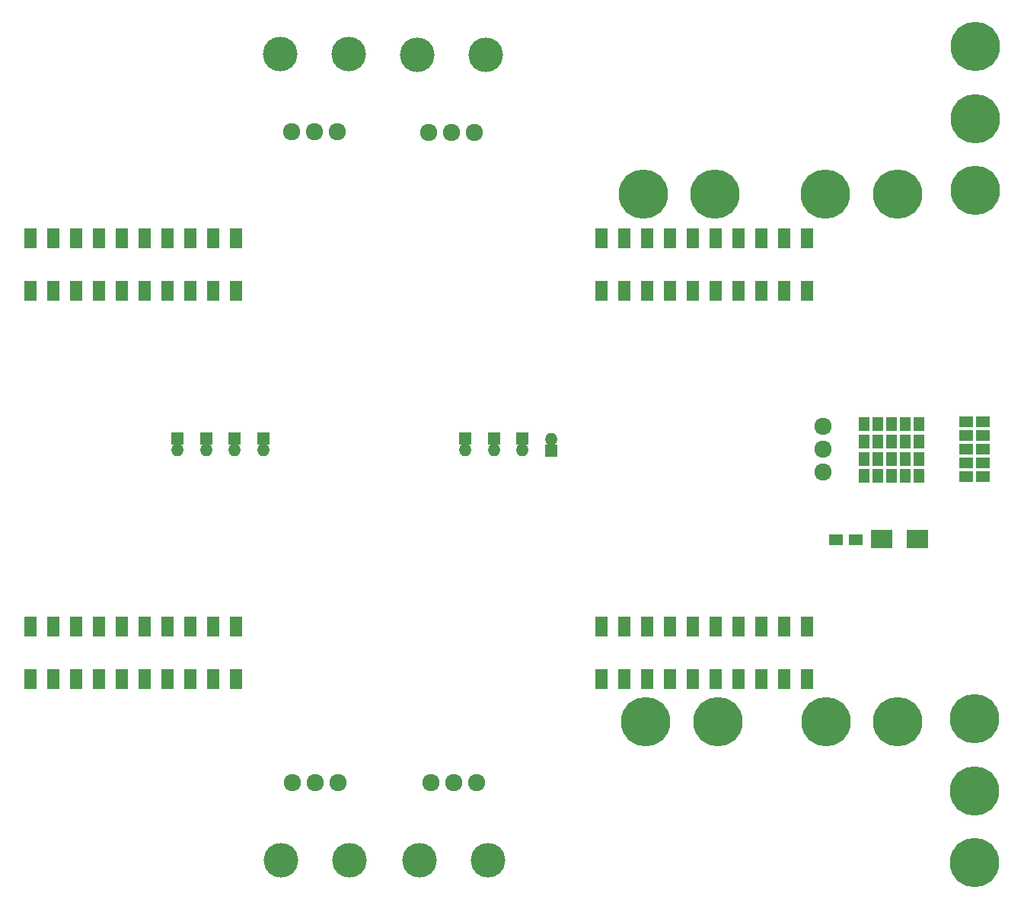
<source format=gbr>
G04 #@! TF.FileFunction,Soldermask,Top*
%FSLAX46Y46*%
G04 Gerber Fmt 4.6, Leading zero omitted, Abs format (unit mm)*
G04 Created by KiCad (PCBNEW 4.0.7) date 04/15/18 20:15:51*
%MOMM*%
%LPD*%
G01*
G04 APERTURE LIST*
%ADD10C,0.100000*%
%ADD11C,5.480000*%
%ADD12R,1.600000X1.150000*%
%ADD13R,1.150000X1.600000*%
%ADD14R,2.400000X2.100000*%
%ADD15R,1.400000X1.400000*%
%ADD16O,1.400000X1.400000*%
%ADD17R,1.600000X1.300000*%
%ADD18C,1.924000*%
%ADD19C,3.850000*%
%ADD20R,1.390600X2.178000*%
G04 APERTURE END LIST*
D10*
D11*
X224028000Y-40388000D03*
X224028000Y-48387000D03*
X224028000Y-56388000D03*
X207364600Y-56794400D03*
X215365600Y-56794400D03*
D12*
X222986600Y-86715600D03*
X224886600Y-86715600D03*
D13*
X214680800Y-82402600D03*
X214680800Y-84302600D03*
X213156800Y-88163400D03*
X213156800Y-86263400D03*
D12*
X222986600Y-82143600D03*
X224886600Y-82143600D03*
D13*
X216204800Y-82402600D03*
X216204800Y-84302600D03*
X217728800Y-88163400D03*
X217728800Y-86263400D03*
D12*
X222986600Y-85191600D03*
X224886600Y-85191600D03*
D13*
X213156800Y-82402600D03*
X213156800Y-84302600D03*
X216204800Y-88163400D03*
X216204800Y-86263400D03*
D12*
X222986600Y-83667600D03*
X224886600Y-83667600D03*
D13*
X217728800Y-82402600D03*
X217728800Y-84302600D03*
X214680800Y-88163400D03*
X214680800Y-86263400D03*
D12*
X222986600Y-88239600D03*
X224886600Y-88239600D03*
D13*
X211632800Y-82402600D03*
X211632800Y-84302600D03*
X211632800Y-88163400D03*
X211632800Y-86263400D03*
D11*
X195403200Y-115468400D03*
X187402200Y-115468400D03*
X187096400Y-56819800D03*
X195097400Y-56819800D03*
X215393000Y-115519200D03*
X207392000Y-115519200D03*
D14*
X217614000Y-95199200D03*
X213614000Y-95199200D03*
D15*
X144856200Y-83997800D03*
D16*
X144856200Y-85267800D03*
D15*
X141681200Y-83997800D03*
D16*
X141681200Y-85267800D03*
D15*
X176860200Y-85344000D03*
D16*
X176860200Y-84074000D03*
D15*
X173685200Y-84023200D03*
D16*
X173685200Y-85293200D03*
D15*
X138480800Y-83972400D03*
D16*
X138480800Y-85242400D03*
D15*
X135305800Y-83972400D03*
D16*
X135305800Y-85242400D03*
D15*
X170510200Y-84023200D03*
D16*
X170510200Y-85293200D03*
D15*
X167335200Y-84023200D03*
D16*
X167335200Y-85293200D03*
D17*
X210708600Y-95224600D03*
X208508600Y-95224600D03*
D18*
X153187400Y-122275600D03*
X150647400Y-122275600D03*
X148107400Y-122275600D03*
D19*
X154457400Y-130911600D03*
X146837400Y-130911600D03*
D18*
X163271200Y-49911000D03*
X165811200Y-49911000D03*
X168351200Y-49911000D03*
D19*
X162001200Y-41275000D03*
X169621200Y-41275000D03*
D18*
X147955000Y-49860200D03*
X150495000Y-49860200D03*
X153035000Y-49860200D03*
D19*
X146685000Y-41224200D03*
X154305000Y-41224200D03*
D18*
X168605200Y-122275600D03*
X166065200Y-122275600D03*
X163525200Y-122275600D03*
D19*
X169875200Y-130911600D03*
X162255200Y-130911600D03*
D18*
X207111600Y-82626200D03*
X207111600Y-85166200D03*
X207111600Y-87706200D03*
D20*
X141833600Y-61709300D03*
X118973600Y-110705900D03*
X121513600Y-110705900D03*
X129133600Y-110705900D03*
X131673600Y-67525900D03*
X126593600Y-110705900D03*
X124053600Y-110705900D03*
X126593600Y-61709300D03*
X121513600Y-67525900D03*
X131673600Y-110705900D03*
X134213600Y-110705900D03*
X121513600Y-61709300D03*
X126593600Y-67525900D03*
X129133600Y-67525900D03*
X141833600Y-67525900D03*
X139293600Y-67525900D03*
X136753600Y-67525900D03*
X134213600Y-67525900D03*
X124053600Y-67525900D03*
X118973600Y-67525900D03*
X139293600Y-61709300D03*
X136753600Y-61709300D03*
X134213600Y-61709300D03*
X131673600Y-61709300D03*
X129133600Y-61709300D03*
X124053600Y-61709300D03*
X118973600Y-61709300D03*
X141833600Y-104889300D03*
X139293600Y-104889300D03*
X136753600Y-104889300D03*
X134213600Y-104889300D03*
X131673600Y-104889300D03*
X129133600Y-104889300D03*
X126593600Y-104889300D03*
X124053600Y-104889300D03*
X121513600Y-104889300D03*
X118973600Y-104889300D03*
X141833600Y-110705900D03*
X139293600Y-110705900D03*
X136753600Y-110705900D03*
X205333600Y-67525900D03*
X202793600Y-67525900D03*
X200253600Y-67525900D03*
X197713600Y-67525900D03*
X195173600Y-67525900D03*
X192633600Y-67525900D03*
X190093600Y-67525900D03*
X187553600Y-67525900D03*
X185013600Y-67525900D03*
X182473600Y-67525900D03*
X205333600Y-61709300D03*
X202793600Y-61709300D03*
X200253600Y-61709300D03*
X197713600Y-61709300D03*
X195173600Y-61709300D03*
X192633600Y-61709300D03*
X190093600Y-61709300D03*
X187553600Y-61709300D03*
X185013600Y-61709300D03*
X182473600Y-61709300D03*
X205333600Y-104889300D03*
X202793600Y-104889300D03*
X200253600Y-104889300D03*
X197713600Y-104889300D03*
X195173600Y-104889300D03*
X192633600Y-104889300D03*
X190093600Y-104889300D03*
X187553600Y-104889300D03*
X185013600Y-104889300D03*
X182473600Y-104889300D03*
X205333600Y-110705900D03*
X202793600Y-110705900D03*
X200253600Y-110705900D03*
X197713600Y-110705900D03*
X195173600Y-110705900D03*
X192633600Y-110705900D03*
X190093600Y-110705900D03*
X187553600Y-110705900D03*
X185013600Y-110705900D03*
X182473600Y-110705900D03*
D11*
X223951800Y-115164600D03*
X223951800Y-123163600D03*
X223951800Y-131164600D03*
D20*
X205333600Y-110744000D03*
X182473600Y-61722000D03*
X182473600Y-67564000D03*
X182473600Y-104902000D03*
X182473600Y-110744000D03*
X118973600Y-61752480D03*
X118973600Y-67564000D03*
X118973600Y-104927400D03*
X118973600Y-110744000D03*
X121513600Y-61752480D03*
X124053600Y-61752480D03*
X126593600Y-61752480D03*
X129133600Y-61752480D03*
X131673600Y-61752480D03*
X134213600Y-61752480D03*
X136753600Y-61752480D03*
X139293600Y-61752480D03*
X141833600Y-61752480D03*
X121513600Y-67564000D03*
X124053600Y-67564000D03*
X126593600Y-67564000D03*
X129133600Y-67564000D03*
X131673600Y-67564000D03*
X134213600Y-67564000D03*
X136753600Y-67564000D03*
X139293600Y-67564000D03*
X141833600Y-67564000D03*
X121513600Y-104927400D03*
X124053600Y-104927400D03*
X126593600Y-104927400D03*
X129133600Y-104927400D03*
X131673600Y-104927400D03*
X134213600Y-104927400D03*
X136753600Y-104927400D03*
X139293600Y-104927400D03*
X141833600Y-104927400D03*
X121513600Y-110744000D03*
X124053600Y-110744000D03*
X126593600Y-110744000D03*
X129133600Y-110744000D03*
X131673600Y-110744000D03*
X134213600Y-110744000D03*
X136753600Y-110744000D03*
X139293600Y-110744000D03*
X141833600Y-110744000D03*
X185013600Y-61722000D03*
X187553600Y-61722000D03*
X190093600Y-61722000D03*
X192633600Y-61722000D03*
X195173600Y-61722000D03*
X197713600Y-61722000D03*
X200253600Y-61722000D03*
X202793600Y-61722000D03*
X205333600Y-61722000D03*
X185013600Y-67564000D03*
X187553600Y-67564000D03*
X190093600Y-67564000D03*
X192633600Y-67564000D03*
X195173600Y-67564000D03*
X197713600Y-67564000D03*
X200253600Y-67564000D03*
X202793600Y-67564000D03*
X205333600Y-67564000D03*
X185013600Y-104902000D03*
X187553600Y-104902000D03*
X190093600Y-104902000D03*
X192633600Y-104902000D03*
X195173600Y-104902000D03*
X197713600Y-104902000D03*
X200253600Y-104902000D03*
X205333600Y-104902000D03*
X185013600Y-110744000D03*
X187553600Y-110744000D03*
X190093600Y-110744000D03*
X192633600Y-110744000D03*
X195173600Y-110744000D03*
X197713600Y-110744000D03*
X200253600Y-110744000D03*
X202793600Y-110744000D03*
X202793600Y-104902000D03*
M02*

</source>
